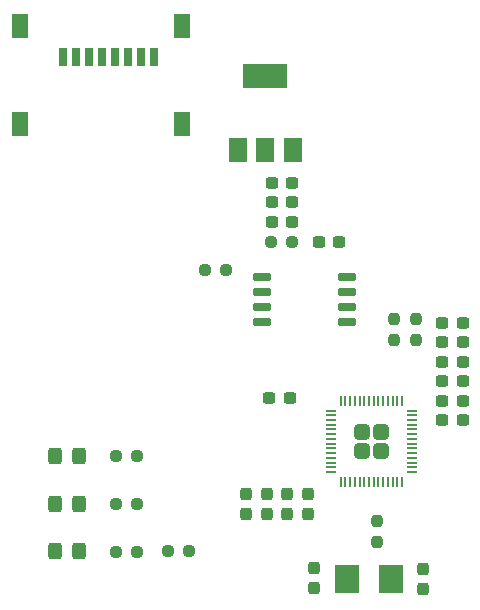
<source format=gtp>
%TF.GenerationSoftware,KiCad,Pcbnew,(6.0.6)*%
%TF.CreationDate,2022-10-10T12:51:25+02:00*%
%TF.ProjectId,startrckr_pcb,73746172-7472-4636-9b72-5f7063622e6b,rev?*%
%TF.SameCoordinates,Original*%
%TF.FileFunction,Paste,Top*%
%TF.FilePolarity,Positive*%
%FSLAX46Y46*%
G04 Gerber Fmt 4.6, Leading zero omitted, Abs format (unit mm)*
G04 Created by KiCad (PCBNEW (6.0.6)) date 2022-10-10 12:51:25*
%MOMM*%
%LPD*%
G01*
G04 APERTURE LIST*
G04 Aperture macros list*
%AMRoundRect*
0 Rectangle with rounded corners*
0 $1 Rounding radius*
0 $2 $3 $4 $5 $6 $7 $8 $9 X,Y pos of 4 corners*
0 Add a 4 corners polygon primitive as box body*
4,1,4,$2,$3,$4,$5,$6,$7,$8,$9,$2,$3,0*
0 Add four circle primitives for the rounded corners*
1,1,$1+$1,$2,$3*
1,1,$1+$1,$4,$5*
1,1,$1+$1,$6,$7*
1,1,$1+$1,$8,$9*
0 Add four rect primitives between the rounded corners*
20,1,$1+$1,$2,$3,$4,$5,0*
20,1,$1+$1,$4,$5,$6,$7,0*
20,1,$1+$1,$6,$7,$8,$9,0*
20,1,$1+$1,$8,$9,$2,$3,0*%
G04 Aperture macros list end*
%ADD10RoundRect,0.237500X-0.300000X-0.237500X0.300000X-0.237500X0.300000X0.237500X-0.300000X0.237500X0*%
%ADD11RoundRect,0.237500X-0.237500X0.250000X-0.237500X-0.250000X0.237500X-0.250000X0.237500X0.250000X0*%
%ADD12RoundRect,0.237500X-0.250000X-0.237500X0.250000X-0.237500X0.250000X0.237500X-0.250000X0.237500X0*%
%ADD13RoundRect,0.237500X-0.237500X0.300000X-0.237500X-0.300000X0.237500X-0.300000X0.237500X0.300000X0*%
%ADD14RoundRect,0.249999X-0.395001X-0.395001X0.395001X-0.395001X0.395001X0.395001X-0.395001X0.395001X0*%
%ADD15RoundRect,0.050000X-0.387500X-0.050000X0.387500X-0.050000X0.387500X0.050000X-0.387500X0.050000X0*%
%ADD16RoundRect,0.050000X-0.050000X-0.387500X0.050000X-0.387500X0.050000X0.387500X-0.050000X0.387500X0*%
%ADD17RoundRect,0.250000X-0.325000X-0.450000X0.325000X-0.450000X0.325000X0.450000X-0.325000X0.450000X0*%
%ADD18RoundRect,0.237500X0.237500X-0.300000X0.237500X0.300000X-0.237500X0.300000X-0.237500X-0.300000X0*%
%ADD19R,1.500000X2.000000*%
%ADD20R,3.800000X2.000000*%
%ADD21RoundRect,0.237500X0.237500X-0.250000X0.237500X0.250000X-0.237500X0.250000X-0.237500X-0.250000X0*%
%ADD22R,2.000000X2.400000*%
%ADD23RoundRect,0.150000X-0.650000X-0.150000X0.650000X-0.150000X0.650000X0.150000X-0.650000X0.150000X0*%
%ADD24R,0.800000X1.500000*%
%ADD25R,1.450000X2.000000*%
%ADD26RoundRect,0.237500X0.300000X0.237500X-0.300000X0.237500X-0.300000X-0.237500X0.300000X-0.237500X0*%
G04 APERTURE END LIST*
D10*
%TO.C,C3*%
X180536288Y-75207752D03*
X182261288Y-75207752D03*
%TD*%
D11*
%TO.C,R9*%
X192768015Y-86722869D03*
X192768015Y-88547869D03*
%TD*%
D10*
%TO.C,C8*%
X194969729Y-88724163D03*
X196694729Y-88724163D03*
%TD*%
%TO.C,C6*%
X194969729Y-87118106D03*
X196694729Y-87118106D03*
%TD*%
D12*
%TO.C,R4*%
X167330484Y-98361362D03*
X169155484Y-98361362D03*
%TD*%
D13*
%TO.C,C15*%
X181846159Y-101518990D03*
X181846159Y-103243990D03*
%TD*%
D14*
%TO.C,U1*%
X188166438Y-97891022D03*
X189766438Y-97891022D03*
X188166438Y-96291022D03*
X189766438Y-96291022D03*
D15*
X185528938Y-94491022D03*
X185528938Y-94891022D03*
X185528938Y-95291022D03*
X185528938Y-95691022D03*
X185528938Y-96091022D03*
X185528938Y-96491022D03*
X185528938Y-96891022D03*
X185528938Y-97291022D03*
X185528938Y-97691022D03*
X185528938Y-98091022D03*
X185528938Y-98491022D03*
X185528938Y-98891022D03*
X185528938Y-99291022D03*
X185528938Y-99691022D03*
D16*
X186366438Y-100528522D03*
X186766438Y-100528522D03*
X187166438Y-100528522D03*
X187566438Y-100528522D03*
X187966438Y-100528522D03*
X188366438Y-100528522D03*
X188766438Y-100528522D03*
X189166438Y-100528522D03*
X189566438Y-100528522D03*
X189966438Y-100528522D03*
X190366438Y-100528522D03*
X190766438Y-100528522D03*
X191166438Y-100528522D03*
X191566438Y-100528522D03*
D15*
X192403938Y-99691022D03*
X192403938Y-99291022D03*
X192403938Y-98891022D03*
X192403938Y-98491022D03*
X192403938Y-98091022D03*
X192403938Y-97691022D03*
X192403938Y-97291022D03*
X192403938Y-96891022D03*
X192403938Y-96491022D03*
X192403938Y-96091022D03*
X192403938Y-95691022D03*
X192403938Y-95291022D03*
X192403938Y-94891022D03*
X192403938Y-94491022D03*
D16*
X191566438Y-93653522D03*
X191166438Y-93653522D03*
X190766438Y-93653522D03*
X190366438Y-93653522D03*
X189966438Y-93653522D03*
X189566438Y-93653522D03*
X189166438Y-93653522D03*
X188766438Y-93653522D03*
X188366438Y-93653522D03*
X187966438Y-93653522D03*
X187566438Y-93653522D03*
X187166438Y-93653522D03*
X186766438Y-93653522D03*
X186366438Y-93653522D03*
%TD*%
D13*
%TO.C,C12*%
X183586785Y-101518990D03*
X183586785Y-103243990D03*
%TD*%
D17*
%TO.C,D2*%
X162199138Y-102369165D03*
X164249138Y-102369165D03*
%TD*%
D12*
%TO.C,R12*%
X180452997Y-80219237D03*
X182277997Y-80219237D03*
%TD*%
D18*
%TO.C,C5*%
X193375247Y-109607782D03*
X193375247Y-107882782D03*
%TD*%
D12*
%TO.C,R11*%
X174846293Y-82608179D03*
X176671293Y-82608179D03*
%TD*%
D18*
%TO.C,C4*%
X184104057Y-109547192D03*
X184104057Y-107822192D03*
%TD*%
D19*
%TO.C,U2*%
X177699461Y-72448786D03*
D20*
X179999461Y-66148786D03*
D19*
X179999461Y-72448786D03*
X182299461Y-72448786D03*
%TD*%
D12*
%TO.C,R7*%
X171726981Y-106419691D03*
X173551981Y-106419691D03*
%TD*%
D21*
%TO.C,R10*%
X189409240Y-105629305D03*
X189409240Y-103804305D03*
%TD*%
D13*
%TO.C,C17*%
X178364909Y-101518990D03*
X178364909Y-103243990D03*
%TD*%
D12*
%TO.C,R6*%
X167330484Y-106471884D03*
X169155484Y-106471884D03*
%TD*%
D11*
%TO.C,R8*%
X190851833Y-86712502D03*
X190851833Y-88537502D03*
%TD*%
D22*
%TO.C,Y1*%
X190602429Y-108716144D03*
X186902429Y-108716144D03*
%TD*%
D13*
%TO.C,C13*%
X180105534Y-101518990D03*
X180105534Y-103243990D03*
%TD*%
D23*
%TO.C,U3*%
X179713439Y-83189344D03*
X179713439Y-84459344D03*
X179713439Y-85729344D03*
X179713439Y-86999344D03*
X186913439Y-86999344D03*
X186913439Y-85729344D03*
X186913439Y-84459344D03*
X186913439Y-83189344D03*
%TD*%
D24*
%TO.C,J3*%
X162895000Y-64539385D03*
X163995000Y-64539385D03*
X165095000Y-64539385D03*
X166195000Y-64539385D03*
X167295000Y-64539385D03*
X168395000Y-64539385D03*
X169495000Y-64539385D03*
X170595000Y-64539385D03*
D25*
X172970000Y-70239385D03*
X172970000Y-61939385D03*
X159220000Y-70239385D03*
X159220000Y-61939385D03*
%TD*%
D10*
%TO.C,C16*%
X194969729Y-93647090D03*
X196694729Y-93647090D03*
%TD*%
%TO.C,C14*%
X194969729Y-91986483D03*
X196694729Y-91986483D03*
%TD*%
%TO.C,C9*%
X184528842Y-80226700D03*
X186253842Y-80226700D03*
%TD*%
D17*
%TO.C,D1*%
X162199138Y-98364165D03*
X164249138Y-98364165D03*
%TD*%
D26*
%TO.C,C1*%
X182246920Y-78515686D03*
X180521920Y-78515686D03*
%TD*%
%TO.C,C7*%
X182059810Y-93450343D03*
X180334810Y-93450343D03*
%TD*%
D10*
%TO.C,C10*%
X194969729Y-90337528D03*
X196694729Y-90337528D03*
%TD*%
D17*
%TO.C,D3*%
X162199138Y-106374165D03*
X164249138Y-106374165D03*
%TD*%
D26*
%TO.C,C2*%
X182246612Y-76849016D03*
X180521612Y-76849016D03*
%TD*%
D12*
%TO.C,R5*%
X167330484Y-102416623D03*
X169155484Y-102416623D03*
%TD*%
D10*
%TO.C,C11*%
X194969729Y-95292752D03*
X196694729Y-95292752D03*
%TD*%
M02*

</source>
